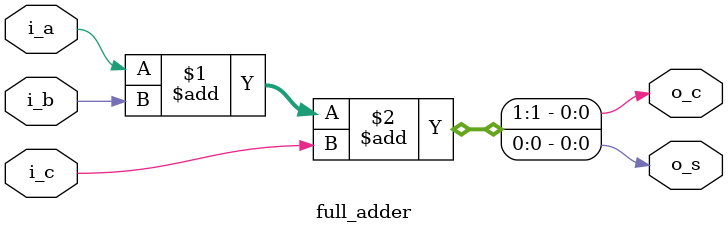
<source format=v>

module full_adder
(
    input i_a,
    input i_b,
    input i_c,
    output o_s,
    output o_c   
);

assign {o_c, o_s} = i_a + i_b + i_c ;

endmodule

</source>
